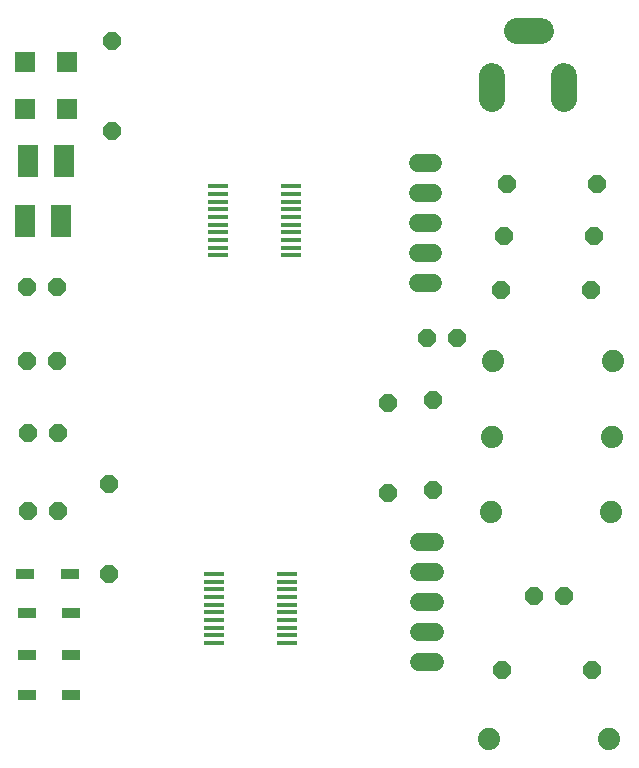
<source format=gts>
G75*
%MOIN*%
%OFA0B0*%
%FSLAX25Y25*%
%IPPOS*%
%LPD*%
%AMOC8*
5,1,8,0,0,1.08239X$1,22.5*
%
%ADD10R,0.06115X0.03753*%
%ADD11C,0.07400*%
%ADD12C,0.08674*%
%ADD13R,0.07099X0.01784*%
%ADD14R,0.06706X0.06706*%
%ADD15OC8,0.05950*%
%ADD16R,0.06706X0.11036*%
%ADD17C,0.06000*%
%ADD18OC8,0.06000*%
D10*
X0019520Y0034500D03*
X0019520Y0048000D03*
X0019520Y0062000D03*
X0019020Y0075000D03*
X0033980Y0075000D03*
X0034480Y0062000D03*
X0034480Y0048000D03*
X0034480Y0034500D03*
D11*
X0173500Y0020000D03*
X0213500Y0020000D03*
X0214406Y0095508D03*
X0214500Y0120500D03*
X0215000Y0146000D03*
X0175000Y0146000D03*
X0174500Y0120500D03*
X0174406Y0095508D03*
D12*
X0174795Y0233063D02*
X0174795Y0240937D01*
X0183063Y0255898D02*
X0190937Y0255898D01*
X0198811Y0240937D02*
X0198811Y0233063D01*
D13*
X0107748Y0204146D03*
X0107748Y0201587D03*
X0107748Y0199028D03*
X0107748Y0196469D03*
X0107748Y0193909D03*
X0107748Y0191350D03*
X0107748Y0188791D03*
X0107748Y0186232D03*
X0107748Y0183673D03*
X0107748Y0181114D03*
X0083339Y0181114D03*
X0083339Y0183673D03*
X0083339Y0186232D03*
X0083339Y0188791D03*
X0083339Y0191350D03*
X0083339Y0193909D03*
X0083339Y0196469D03*
X0083339Y0199028D03*
X0083339Y0201587D03*
X0083339Y0204146D03*
X0081945Y0074913D03*
X0081945Y0072354D03*
X0081945Y0069795D03*
X0081945Y0067236D03*
X0081945Y0064677D03*
X0081945Y0062118D03*
X0081945Y0059559D03*
X0081945Y0057000D03*
X0081945Y0054441D03*
X0081945Y0051882D03*
X0106354Y0051882D03*
X0106354Y0054441D03*
X0106354Y0057000D03*
X0106354Y0059559D03*
X0106354Y0062118D03*
X0106354Y0064677D03*
X0106354Y0067236D03*
X0106354Y0069795D03*
X0106354Y0072354D03*
X0106354Y0074913D03*
D14*
X0032890Y0230000D03*
X0019110Y0230000D03*
X0019110Y0245500D03*
X0032890Y0245500D03*
D15*
X0029500Y0170500D03*
X0019500Y0170500D03*
X0019500Y0146000D03*
X0029500Y0146000D03*
X0030000Y0122000D03*
X0020000Y0122000D03*
X0020000Y0096000D03*
X0030000Y0096000D03*
D16*
X0030906Y0192500D03*
X0019094Y0192500D03*
X0020094Y0212500D03*
X0031906Y0212500D03*
D17*
X0149900Y0212000D02*
X0155100Y0212000D01*
X0155100Y0202000D02*
X0149900Y0202000D01*
X0149900Y0192000D02*
X0155100Y0192000D01*
X0155100Y0182000D02*
X0149900Y0182000D01*
X0149900Y0172000D02*
X0155100Y0172000D01*
X0155600Y0085500D02*
X0150400Y0085500D01*
X0150400Y0075500D02*
X0155600Y0075500D01*
X0155600Y0065500D02*
X0150400Y0065500D01*
X0150400Y0055500D02*
X0155600Y0055500D01*
X0155600Y0045500D02*
X0150400Y0045500D01*
D18*
X0178000Y0043000D03*
X0188500Y0067500D03*
X0198500Y0067500D03*
X0208000Y0043000D03*
X0155000Y0103000D03*
X0140000Y0102000D03*
X0140000Y0132000D03*
X0155000Y0133000D03*
X0153000Y0153500D03*
X0163000Y0153500D03*
X0177500Y0169500D03*
X0178500Y0187500D03*
X0179500Y0205000D03*
X0208500Y0187500D03*
X0209500Y0205000D03*
X0207500Y0169500D03*
X0048000Y0222500D03*
X0048000Y0252500D03*
X0047000Y0105000D03*
X0047000Y0075000D03*
M02*

</source>
